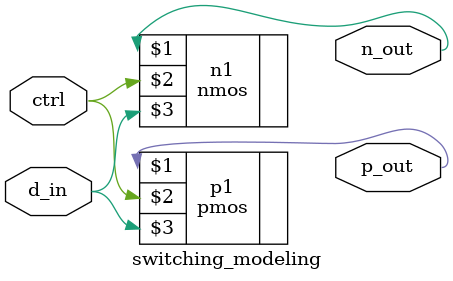
<source format=sv>
module switching_modeling(input ctrl,d_in,
                          output p_out,n_out);
  pmos p1(p_out,ctrl,d_in);
  nmos n1(n_out,ctrl,d_in);
endmodule

</source>
